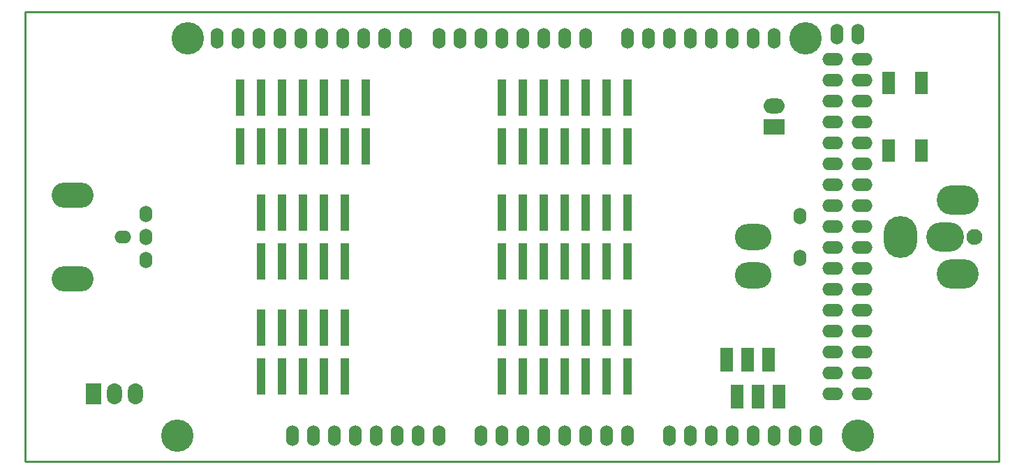
<source format=gts>
G04 #@! TF.FileFunction,Soldermask,Top*
%FSLAX46Y46*%
G04 Gerber Fmt 4.6, Leading zero omitted, Abs format (unit mm)*
G04 Created by KiCad (PCBNEW 0.201505061231+5645~23~ubuntu14.04.1-product) date Fri 08 May 2015 03:52:48 PM EDT*
%MOMM*%
G01*
G04 APERTURE LIST*
%ADD10C,0.100000*%
%ADD11C,0.228600*%
%ADD12R,1.590040X2.667000*%
%ADD13O,2.540000X1.854200*%
%ADD14R,2.540000X1.854200*%
%ADD15O,1.854200X2.540000*%
%ADD16R,1.854200X2.540000*%
%ADD17O,4.445000X3.175000*%
%ADD18O,1.524000X2.032000*%
%ADD19O,5.080000X3.048000*%
%ADD20O,2.032000X1.524000*%
%ADD21C,3.937000*%
%ADD22O,1.524000X2.540000*%
%ADD23O,2.540000X1.524000*%
%ADD24C,1.930400*%
%ADD25O,4.572000X3.556000*%
%ADD26O,4.064000X5.080000*%
%ADD27O,5.080000X3.556000*%
%ADD28R,1.498600X2.997200*%
%ADD29R,1.016000X4.495800*%
G04 APERTURE END LIST*
D10*
D11*
X211455000Y-75565000D02*
X93345000Y-75565000D01*
X211455000Y-130175000D02*
X211455000Y-75565000D01*
X93345000Y-130175000D02*
X211455000Y-130175000D01*
X93345000Y-75565000D02*
X93345000Y-130175000D01*
D12*
X198026020Y-84137500D03*
X198026020Y-92392500D03*
X202023980Y-84137500D03*
X202023980Y-92392500D03*
D13*
X184150000Y-86995000D03*
D14*
X184150000Y-89535000D03*
D15*
X104140000Y-121920000D03*
X106680000Y-121920000D03*
D16*
X101600000Y-121920000D03*
D17*
X181610000Y-102870000D03*
X181610000Y-107569000D03*
D18*
X187325000Y-105410000D03*
X187325000Y-100330000D03*
D19*
X99060000Y-107950000D03*
X99060000Y-97790000D03*
D20*
X105156000Y-102870000D03*
D18*
X107950000Y-102870000D03*
X107950000Y-100076000D03*
X107950000Y-105664000D03*
D21*
X111760000Y-127000000D03*
X113030000Y-78740000D03*
X194310000Y-127000000D03*
X187960000Y-78740000D03*
D22*
X125730000Y-127000000D03*
X128270000Y-127000000D03*
X130810000Y-127000000D03*
X133350000Y-127000000D03*
X135890000Y-127000000D03*
X138430000Y-127000000D03*
X140970000Y-127000000D03*
X143510000Y-127000000D03*
X148590000Y-127000000D03*
X151130000Y-127000000D03*
X153670000Y-127000000D03*
X156210000Y-127000000D03*
X158750000Y-127000000D03*
X161290000Y-127000000D03*
X163830000Y-127000000D03*
X166370000Y-127000000D03*
X171450000Y-127000000D03*
X173990000Y-127000000D03*
X176530000Y-127000000D03*
X179070000Y-127000000D03*
X181610000Y-127000000D03*
X184150000Y-127000000D03*
X186690000Y-127000000D03*
X189230000Y-127000000D03*
X116586000Y-78740000D03*
X119126000Y-78740000D03*
X121666000Y-78740000D03*
X124206000Y-78740000D03*
X126746000Y-78740000D03*
X129286000Y-78740000D03*
X131826000Y-78740000D03*
X134366000Y-78740000D03*
X136906000Y-78740000D03*
X139446000Y-78740000D03*
X143510000Y-78740000D03*
X161290000Y-78740000D03*
X158750000Y-78740000D03*
X156210000Y-78740000D03*
X153670000Y-78740000D03*
X151130000Y-78740000D03*
X148590000Y-78740000D03*
X146050000Y-78740000D03*
X166370000Y-78740000D03*
X168910000Y-78740000D03*
X171450000Y-78740000D03*
X173990000Y-78740000D03*
X176530000Y-78740000D03*
X179070000Y-78740000D03*
X181610000Y-78740000D03*
X184150000Y-78740000D03*
X191770000Y-78232000D03*
X194310000Y-78232000D03*
D23*
X191262000Y-81280000D03*
X194818000Y-81280000D03*
X191262000Y-83820000D03*
X194818000Y-83820000D03*
X191262000Y-86360000D03*
X194818000Y-86360000D03*
X191262000Y-88900000D03*
X194818000Y-88900000D03*
X191262000Y-91440000D03*
X194818000Y-91440000D03*
X191262000Y-93980000D03*
X194818000Y-93980000D03*
X191262000Y-96520000D03*
X194818000Y-96520000D03*
X191262000Y-99060000D03*
X194818000Y-99060000D03*
X191262000Y-101600000D03*
X194818000Y-101600000D03*
X191262000Y-104140000D03*
X194818000Y-104140000D03*
X191262000Y-106680000D03*
X194818000Y-106680000D03*
X191262000Y-109220000D03*
X194818000Y-109220000D03*
X191262000Y-111760000D03*
X194818000Y-111760000D03*
X191262000Y-114300000D03*
X194818000Y-114300000D03*
X191262000Y-116840000D03*
X194818000Y-116840000D03*
X191262000Y-119380000D03*
X194818000Y-119380000D03*
X191262000Y-121920000D03*
X194818000Y-121920000D03*
D24*
X208457800Y-102870000D03*
D25*
X204952600Y-102870000D03*
D26*
X199466200Y-102870000D03*
D27*
X206451200Y-98374200D03*
X206451200Y-107365800D03*
D28*
X178435000Y-117754400D03*
X179705000Y-122275600D03*
X180975000Y-117754400D03*
X182245000Y-122275600D03*
X183515000Y-117754400D03*
X184785000Y-122275600D03*
D29*
X132080000Y-99872800D03*
X132080000Y-105867200D03*
X129540000Y-99872800D03*
X129540000Y-105867200D03*
X127000000Y-99872800D03*
X127000000Y-105867200D03*
X124460000Y-99872800D03*
X124460000Y-105867200D03*
X121920000Y-99872800D03*
X121920000Y-105867200D03*
X132080000Y-113842800D03*
X132080000Y-119837200D03*
X129540000Y-113842800D03*
X129540000Y-119837200D03*
X127000000Y-113842800D03*
X127000000Y-119837200D03*
X124460000Y-113842800D03*
X124460000Y-119837200D03*
X121920000Y-113842800D03*
X121920000Y-119837200D03*
X166370000Y-119837200D03*
X166370000Y-113842800D03*
X151130000Y-119837200D03*
X151130000Y-113842800D03*
X163830000Y-113842800D03*
X163830000Y-119837200D03*
X161290000Y-113842800D03*
X161290000Y-119837200D03*
X158750000Y-113842800D03*
X158750000Y-119837200D03*
X156210000Y-113842800D03*
X156210000Y-119837200D03*
X153670000Y-113842800D03*
X153670000Y-119837200D03*
X166370000Y-105867200D03*
X166370000Y-99872800D03*
X151130000Y-105867200D03*
X151130000Y-99872800D03*
X163830000Y-99872800D03*
X163830000Y-105867200D03*
X161290000Y-99872800D03*
X161290000Y-105867200D03*
X158750000Y-99872800D03*
X158750000Y-105867200D03*
X156210000Y-99872800D03*
X156210000Y-105867200D03*
X153670000Y-99872800D03*
X153670000Y-105867200D03*
X166370000Y-91897200D03*
X166370000Y-85902800D03*
X151130000Y-91897200D03*
X151130000Y-85902800D03*
X163830000Y-85902800D03*
X163830000Y-91897200D03*
X161290000Y-85902800D03*
X161290000Y-91897200D03*
X158750000Y-85902800D03*
X158750000Y-91897200D03*
X156210000Y-85902800D03*
X156210000Y-91897200D03*
X153670000Y-85902800D03*
X153670000Y-91897200D03*
X134620000Y-91897200D03*
X134620000Y-85902800D03*
X119380000Y-91897200D03*
X119380000Y-85902800D03*
X132080000Y-85902800D03*
X132080000Y-91897200D03*
X129540000Y-85902800D03*
X129540000Y-91897200D03*
X127000000Y-85902800D03*
X127000000Y-91897200D03*
X124460000Y-85902800D03*
X124460000Y-91897200D03*
X121920000Y-85902800D03*
X121920000Y-91897200D03*
M02*

</source>
